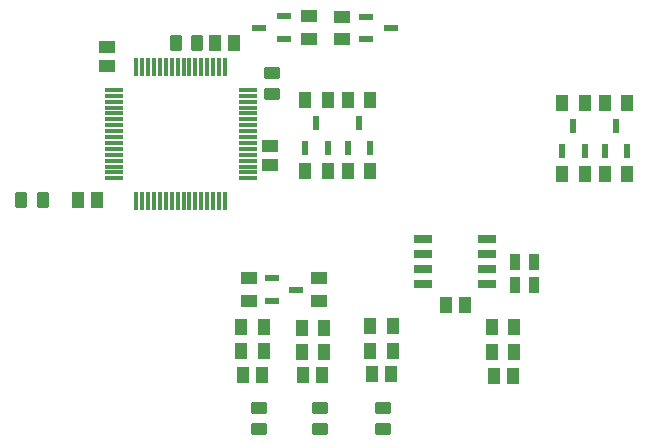
<source format=gbr>
%TF.GenerationSoftware,KiCad,Pcbnew,8.0.5*%
%TF.CreationDate,2024-12-10T19:27:58+01:00*%
%TF.ProjectId,OpenReflowPlate,4f70656e-5265-4666-9c6f-77506c617465,rev?*%
%TF.SameCoordinates,Original*%
%TF.FileFunction,Paste,Bot*%
%TF.FilePolarity,Positive*%
%FSLAX46Y46*%
G04 Gerber Fmt 4.6, Leading zero omitted, Abs format (unit mm)*
G04 Created by KiCad (PCBNEW 8.0.5) date 2024-12-10 19:27:58*
%MOMM*%
%LPD*%
G01*
G04 APERTURE LIST*
G04 Aperture macros list*
%AMRoundRect*
0 Rectangle with rounded corners*
0 $1 Rounding radius*
0 $2 $3 $4 $5 $6 $7 $8 $9 X,Y pos of 4 corners*
0 Add a 4 corners polygon primitive as box body*
4,1,4,$2,$3,$4,$5,$6,$7,$8,$9,$2,$3,0*
0 Add four circle primitives for the rounded corners*
1,1,$1+$1,$2,$3*
1,1,$1+$1,$4,$5*
1,1,$1+$1,$6,$7*
1,1,$1+$1,$8,$9*
0 Add four rect primitives between the rounded corners*
20,1,$1+$1,$2,$3,$4,$5,0*
20,1,$1+$1,$4,$5,$6,$7,0*
20,1,$1+$1,$6,$7,$8,$9,0*
20,1,$1+$1,$8,$9,$2,$3,0*%
G04 Aperture macros list end*
%ADD10RoundRect,0.250000X0.262500X0.450000X-0.262500X0.450000X-0.262500X-0.450000X0.262500X-0.450000X0*%
%ADD11R,1.000000X1.450000*%
%ADD12R,0.600000X1.250000*%
%ADD13R,1.020000X1.470000*%
%ADD14R,1.470000X1.020000*%
%ADD15R,1.450000X1.000000*%
%ADD16R,1.250000X0.600000*%
%ADD17RoundRect,0.075000X0.700000X0.075000X-0.700000X0.075000X-0.700000X-0.075000X0.700000X-0.075000X0*%
%ADD18RoundRect,0.075000X0.075000X0.700000X-0.075000X0.700000X-0.075000X-0.700000X0.075000X-0.700000X0*%
%ADD19RoundRect,0.250000X0.450000X-0.262500X0.450000X0.262500X-0.450000X0.262500X-0.450000X-0.262500X0*%
%ADD20RoundRect,0.250000X-0.450000X0.262500X-0.450000X-0.262500X0.450000X-0.262500X0.450000X0.262500X0*%
%ADD21R,0.960000X1.390000*%
%ADD22R,1.525000X0.650000*%
G04 APERTURE END LIST*
D10*
%TO.C,R14*%
X106612500Y-94700000D03*
X104787500Y-94700000D03*
%TD*%
D11*
%TO.C,R9*%
X115736800Y-105550400D03*
X117636800Y-105550400D03*
%TD*%
%TO.C,R3*%
X137511800Y-99800400D03*
X139411800Y-99800400D03*
%TD*%
D12*
%TO.C,Q4*%
X121261800Y-103600400D03*
X119351800Y-103600400D03*
X120306800Y-101500400D03*
%TD*%
D11*
%TO.C,R1*%
X137511800Y-105800400D03*
X139411800Y-105800400D03*
%TD*%
D13*
%TO.C,C8*%
X133300000Y-122865000D03*
X131700000Y-122865000D03*
%TD*%
%TO.C,C11*%
X123000000Y-122670000D03*
X121400000Y-122670000D03*
%TD*%
D11*
%TO.C,R12*%
X119336800Y-99550400D03*
X121236800Y-99550400D03*
%TD*%
D14*
%TO.C,C4*%
X112800000Y-103400000D03*
X112800000Y-105000000D03*
%TD*%
D11*
%TO.C,R11*%
X119336800Y-105550400D03*
X121236800Y-105550400D03*
%TD*%
D15*
%TO.C,R26*%
X118850000Y-92480000D03*
X118850000Y-94380000D03*
%TD*%
%TO.C,R20*%
X116950000Y-114620000D03*
X116950000Y-116520000D03*
%TD*%
%TO.C,R19*%
X110950000Y-114620000D03*
X110950000Y-116520000D03*
%TD*%
D12*
%TO.C,Q2*%
X143006800Y-103800400D03*
X141096800Y-103800400D03*
X142051800Y-101700400D03*
%TD*%
D11*
%TO.C,R24*%
X123150000Y-120725000D03*
X121250000Y-120725000D03*
%TD*%
D16*
%TO.C,Q7*%
X120900000Y-94385000D03*
X120900000Y-92475000D03*
X123000000Y-93430000D03*
%TD*%
D17*
%TO.C,U2*%
X110875000Y-98650000D03*
X110875000Y-99150000D03*
X110875000Y-99650000D03*
X110875000Y-100150000D03*
X110875000Y-100650000D03*
X110875000Y-101150000D03*
X110875000Y-101650000D03*
X110875000Y-102150000D03*
X110875000Y-102650000D03*
X110875000Y-103150000D03*
X110875000Y-103650000D03*
X110875000Y-104150000D03*
X110875000Y-104650000D03*
X110875000Y-105150000D03*
X110875000Y-105650000D03*
X110875000Y-106150000D03*
D18*
X108950000Y-108075000D03*
X108450000Y-108075000D03*
X107950000Y-108075000D03*
X107450000Y-108075000D03*
X106950000Y-108075000D03*
X106450000Y-108075000D03*
X105950000Y-108075000D03*
X105450000Y-108075000D03*
X104950000Y-108075000D03*
X104450000Y-108075000D03*
X103950000Y-108075000D03*
X103450000Y-108075000D03*
X102950000Y-108075000D03*
X102450000Y-108075000D03*
X101950000Y-108075000D03*
X101450000Y-108075000D03*
D17*
X99525000Y-106150000D03*
X99525000Y-105650000D03*
X99525000Y-105150000D03*
X99525000Y-104650000D03*
X99525000Y-104150000D03*
X99525000Y-103650000D03*
X99525000Y-103150000D03*
X99525000Y-102650000D03*
X99525000Y-102150000D03*
X99525000Y-101650000D03*
X99525000Y-101150000D03*
X99525000Y-100650000D03*
X99525000Y-100150000D03*
X99525000Y-99650000D03*
X99525000Y-99150000D03*
X99525000Y-98650000D03*
D18*
X101450000Y-96725000D03*
X101950000Y-96725000D03*
X102450000Y-96725000D03*
X102950000Y-96725000D03*
X103450000Y-96725000D03*
X103950000Y-96725000D03*
X104450000Y-96725000D03*
X104950000Y-96725000D03*
X105450000Y-96725000D03*
X105950000Y-96725000D03*
X106450000Y-96725000D03*
X106950000Y-96725000D03*
X107450000Y-96725000D03*
X107950000Y-96725000D03*
X108450000Y-96725000D03*
X108950000Y-96725000D03*
%TD*%
D11*
%TO.C,R6*%
X141101800Y-99750400D03*
X143001800Y-99750400D03*
%TD*%
%TO.C,R5*%
X141101800Y-105750400D03*
X143001800Y-105750400D03*
%TD*%
%TO.C,R21*%
X123150000Y-118670000D03*
X121250000Y-118670000D03*
%TD*%
D19*
%TO.C,R13*%
X112900000Y-99012500D03*
X112900000Y-97187500D03*
%TD*%
D11*
%TO.C,R25*%
X117350000Y-118775000D03*
X115450000Y-118775000D03*
%TD*%
D20*
%TO.C,R7*%
X117000000Y-125557500D03*
X117000000Y-127382500D03*
%TD*%
D21*
%TO.C,LFB1*%
X135091188Y-113235000D03*
X133471188Y-113235000D03*
%TD*%
D11*
%TO.C,R17*%
X112250000Y-118770000D03*
X110350000Y-118770000D03*
%TD*%
%TO.C,R18*%
X133450000Y-118765000D03*
X131550000Y-118765000D03*
%TD*%
%TO.C,R22*%
X117350000Y-120870000D03*
X115450000Y-120870000D03*
%TD*%
D12*
%TO.C,Q1*%
X139406800Y-103850400D03*
X137496800Y-103850400D03*
X138451800Y-101750400D03*
%TD*%
D20*
%TO.C,R4*%
X111800000Y-125557500D03*
X111800000Y-127382500D03*
%TD*%
D22*
%TO.C,IC1*%
X131112000Y-111295000D03*
X131112000Y-112565000D03*
X131112000Y-113835000D03*
X131112000Y-115105000D03*
X125688000Y-115105000D03*
X125688000Y-113835000D03*
X125688000Y-112565000D03*
X125688000Y-111295000D03*
%TD*%
D14*
%TO.C,C5*%
X99000000Y-96600000D03*
X99000000Y-95000000D03*
%TD*%
D21*
%TO.C,LFB2*%
X135101188Y-115135000D03*
X133481188Y-115135000D03*
%TD*%
D20*
%TO.C,R2*%
X122300000Y-125570000D03*
X122300000Y-127395000D03*
%TD*%
D13*
%TO.C,C9*%
X112100000Y-122770000D03*
X110500000Y-122770000D03*
%TD*%
%TO.C,C1*%
X129290000Y-116900000D03*
X127690000Y-116900000D03*
%TD*%
D11*
%TO.C,R10*%
X115736800Y-99550400D03*
X117636800Y-99550400D03*
%TD*%
D15*
%TO.C,R23*%
X116050000Y-94335000D03*
X116050000Y-92435000D03*
%TD*%
D13*
%TO.C,C10*%
X117200000Y-122775000D03*
X115600000Y-122775000D03*
%TD*%
D16*
%TO.C,Q5*%
X112900000Y-116525000D03*
X112900000Y-114615000D03*
X115000000Y-115570000D03*
%TD*%
D10*
%TO.C,R8*%
X93552500Y-107980000D03*
X91727500Y-107980000D03*
%TD*%
D11*
%TO.C,R15*%
X133450000Y-120870000D03*
X131550000Y-120870000D03*
%TD*%
D12*
%TO.C,Q3*%
X117651800Y-103600400D03*
X115741800Y-103600400D03*
X116696800Y-101500400D03*
%TD*%
D13*
%TO.C,C6*%
X108100000Y-94700000D03*
X109700000Y-94700000D03*
%TD*%
%TO.C,C7*%
X96500000Y-107940000D03*
X98100000Y-107940000D03*
%TD*%
D16*
%TO.C,Q6*%
X113950000Y-92430000D03*
X113950000Y-94340000D03*
X111850000Y-93385000D03*
%TD*%
D11*
%TO.C,R16*%
X112250000Y-120770000D03*
X110350000Y-120770000D03*
%TD*%
M02*

</source>
